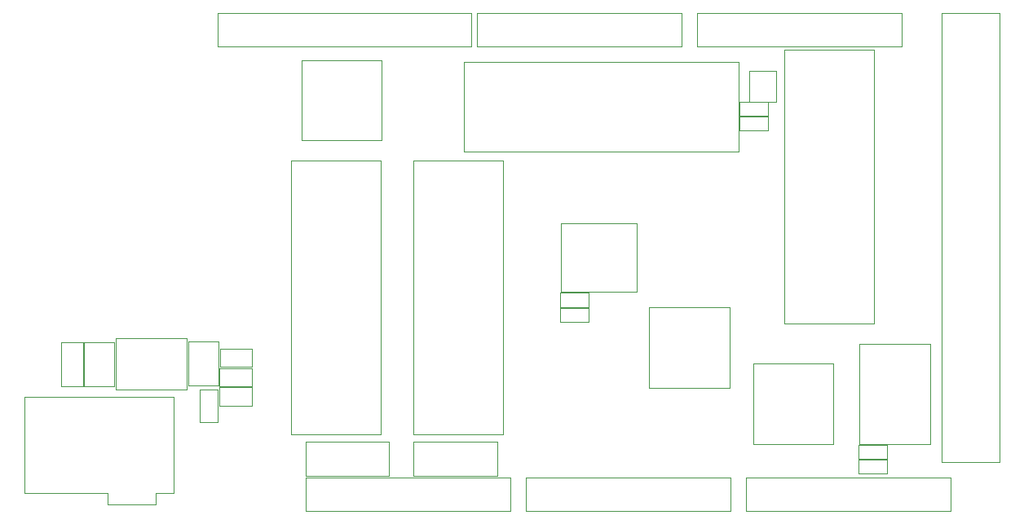
<source format=gbr>
%TF.GenerationSoftware,KiCad,Pcbnew,(5.1.2)-1*%
%TF.CreationDate,2020-09-11T17:40:03+02:00*%
%TF.ProjectId,ArduinoShield_SPIlinedriver_Sync_2V0,41726475-696e-46f5-9368-69656c645f53,3.1*%
%TF.SameCoordinates,Original*%
%TF.FileFunction,Other,User*%
%FSLAX46Y46*%
G04 Gerber Fmt 4.6, Leading zero omitted, Abs format (unit mm)*
G04 Created by KiCad (PCBNEW (5.1.2)-1) date 2020-09-11 17:40:03*
%MOMM*%
%LPD*%
G04 APERTURE LIST*
%ADD10C,0.050000*%
G04 APERTURE END LIST*
D10*
X114003200Y-120195200D02*
X114003200Y-118995200D01*
X109003200Y-120195200D02*
X109003200Y-118995200D01*
X114003200Y-120195200D02*
X109003200Y-120195200D01*
X114003200Y-118995200D02*
X115903200Y-118995200D01*
X100403200Y-108995200D02*
X100403200Y-118995200D01*
X115903200Y-108995200D02*
X100403200Y-108995200D01*
X115903200Y-118995200D02*
X115903200Y-108995200D01*
X100403200Y-118995200D02*
X109003200Y-118995200D01*
X163970000Y-90988800D02*
X156070000Y-90988800D01*
X163970000Y-98088800D02*
X156070000Y-98088800D01*
X156070000Y-98088800D02*
X156070000Y-90988800D01*
X163970000Y-98088800D02*
X163970000Y-90988800D01*
X195608000Y-115796000D02*
X201658000Y-115796000D01*
X195608000Y-69096000D02*
X201658000Y-69096000D01*
X195608000Y-115796000D02*
X195608000Y-69096000D01*
X201658000Y-115796000D02*
X201658000Y-69096000D01*
X129568000Y-117376000D02*
X129568000Y-120876000D01*
X150868000Y-117376000D02*
X150868000Y-120876000D01*
X129568000Y-117376000D02*
X150868000Y-117376000D01*
X129568000Y-120876000D02*
X150868000Y-120876000D01*
X152428000Y-117376000D02*
X152428000Y-120876000D01*
X173728000Y-117376000D02*
X173728000Y-120876000D01*
X152428000Y-117376000D02*
X173728000Y-117376000D01*
X152428000Y-120876000D02*
X173728000Y-120876000D01*
X175288000Y-117376000D02*
X175288000Y-120876000D01*
X196588000Y-117376000D02*
X196588000Y-120876000D01*
X175288000Y-117376000D02*
X196588000Y-117376000D01*
X175288000Y-120876000D02*
X196588000Y-120876000D01*
X120424000Y-69116000D02*
X120424000Y-72616000D01*
X146824000Y-69116000D02*
X146824000Y-72616000D01*
X120424000Y-69116000D02*
X146824000Y-69116000D01*
X120424000Y-72616000D02*
X146824000Y-72616000D01*
X147348000Y-69116000D02*
X147348000Y-72616000D01*
X168648000Y-69116000D02*
X168648000Y-72616000D01*
X147348000Y-69116000D02*
X168648000Y-69116000D01*
X147348000Y-72616000D02*
X168648000Y-72616000D01*
X170208000Y-69116000D02*
X170208000Y-72616000D01*
X191508000Y-69116000D02*
X191508000Y-72616000D01*
X170208000Y-69116000D02*
X191508000Y-69116000D01*
X170208000Y-72616000D02*
X191508000Y-72616000D01*
X184408400Y-113898000D02*
X176068400Y-113898000D01*
X184408400Y-113898000D02*
X184408400Y-105558000D01*
X176068400Y-105558000D02*
X176068400Y-113898000D01*
X176068400Y-105558000D02*
X184408400Y-105558000D01*
X165248000Y-99716000D02*
X173588000Y-99716000D01*
X165248000Y-99716000D02*
X165248000Y-108056000D01*
X173588000Y-108056000D02*
X173588000Y-99716000D01*
X173588000Y-108056000D02*
X165248000Y-108056000D01*
X194454000Y-113912000D02*
X194454000Y-103512000D01*
X194454000Y-103512000D02*
X187054000Y-103512000D01*
X187054000Y-103512000D02*
X187054000Y-113912000D01*
X187054000Y-113912000D02*
X194454000Y-113912000D01*
X140808300Y-117230300D02*
X140808300Y-113680300D01*
X140808300Y-113680300D02*
X149458300Y-113680300D01*
X149458300Y-113680300D02*
X149458300Y-117230300D01*
X149458300Y-117230300D02*
X140808300Y-117230300D01*
X138231500Y-117230300D02*
X129581500Y-117230300D01*
X138231500Y-113680300D02*
X138231500Y-117230300D01*
X129581500Y-113680300D02*
X138231500Y-113680300D01*
X129581500Y-117230300D02*
X129581500Y-113680300D01*
X159010800Y-98177600D02*
X159010800Y-99637600D01*
X159010800Y-99637600D02*
X156050800Y-99637600D01*
X156050800Y-99637600D02*
X156050800Y-98177600D01*
X156050800Y-98177600D02*
X159010800Y-98177600D01*
X174618200Y-79787500D02*
X174618200Y-78327500D01*
X174618200Y-78327500D02*
X177578200Y-78327500D01*
X177578200Y-78327500D02*
X177578200Y-79787500D01*
X177578200Y-79787500D02*
X174618200Y-79787500D01*
X156050800Y-99752400D02*
X159010800Y-99752400D01*
X156050800Y-101212400D02*
X156050800Y-99752400D01*
X159010800Y-101212400D02*
X156050800Y-101212400D01*
X159010800Y-99752400D02*
X159010800Y-101212400D01*
X189998800Y-113976400D02*
X189998800Y-115436400D01*
X189998800Y-115436400D02*
X187038800Y-115436400D01*
X187038800Y-115436400D02*
X187038800Y-113976400D01*
X187038800Y-113976400D02*
X189998800Y-113976400D01*
X174618200Y-81311500D02*
X174618200Y-79851500D01*
X174618200Y-79851500D02*
X177578200Y-79851500D01*
X177578200Y-79851500D02*
X177578200Y-81311500D01*
X177578200Y-81311500D02*
X174618200Y-81311500D01*
X189998800Y-115500400D02*
X189998800Y-116960400D01*
X189998800Y-116960400D02*
X187038800Y-116960400D01*
X187038800Y-116960400D02*
X187038800Y-115500400D01*
X187038800Y-115500400D02*
X189998800Y-115500400D01*
X150120400Y-112893600D02*
X140760400Y-112893600D01*
X150120400Y-84413600D02*
X150120400Y-112893600D01*
X140760400Y-84413600D02*
X150120400Y-84413600D01*
X140760400Y-112893600D02*
X140760400Y-84413600D01*
X146034000Y-74161600D02*
X174514000Y-74161600D01*
X174514000Y-74161600D02*
X174514000Y-83521600D01*
X174514000Y-83521600D02*
X146034000Y-83521600D01*
X146034000Y-83521600D02*
X146034000Y-74161600D01*
X175638000Y-75120700D02*
X175638000Y-78320700D01*
X178438000Y-75120700D02*
X178438000Y-78320700D01*
X178438000Y-75120700D02*
X175638000Y-75120700D01*
X175638000Y-78320700D02*
X178438000Y-78320700D01*
X106453800Y-107877500D02*
X104213800Y-107877500D01*
X104213800Y-107877500D02*
X104213800Y-103317500D01*
X104213800Y-103317500D02*
X106453800Y-103317500D01*
X106453800Y-103317500D02*
X106453800Y-107877500D01*
X109707800Y-103320500D02*
X109707800Y-107880500D01*
X106547800Y-103320500D02*
X109707800Y-103320500D01*
X106547800Y-107880500D02*
X106547800Y-103320500D01*
X109707800Y-107880500D02*
X106547800Y-107880500D01*
X120671800Y-103952000D02*
X124031800Y-103952000D01*
X120671800Y-105852000D02*
X120671800Y-103952000D01*
X124031800Y-105852000D02*
X120671800Y-105852000D01*
X124031800Y-103952000D02*
X124031800Y-105852000D01*
X120553600Y-107826700D02*
X117393600Y-107826700D01*
X117393600Y-107826700D02*
X117393600Y-103266700D01*
X117393600Y-103266700D02*
X120553600Y-103266700D01*
X120553600Y-103266700D02*
X120553600Y-107826700D01*
X118569700Y-108225800D02*
X120469700Y-108225800D01*
X120469700Y-108225800D02*
X120469700Y-111585800D01*
X120469700Y-111585800D02*
X118569700Y-111585800D01*
X118569700Y-111585800D02*
X118569700Y-108225800D01*
X120621000Y-107922100D02*
X120621000Y-106022100D01*
X120621000Y-106022100D02*
X123981000Y-106022100D01*
X123981000Y-106022100D02*
X123981000Y-107922100D01*
X123981000Y-107922100D02*
X120621000Y-107922100D01*
X179266800Y-101400100D02*
X179266800Y-72920100D01*
X179266800Y-72920100D02*
X188626800Y-72920100D01*
X188626800Y-72920100D02*
X188626800Y-101400100D01*
X188626800Y-101400100D02*
X179266800Y-101400100D01*
X137420400Y-112893600D02*
X128060400Y-112893600D01*
X137420400Y-84413600D02*
X137420400Y-112893600D01*
X128060400Y-84413600D02*
X137420400Y-84413600D01*
X128060400Y-112893600D02*
X128060400Y-84413600D01*
X123993700Y-107990600D02*
X123993700Y-109890600D01*
X123993700Y-109890600D02*
X120633700Y-109890600D01*
X120633700Y-109890600D02*
X120633700Y-107990600D01*
X120633700Y-107990600D02*
X123993700Y-107990600D01*
X137507300Y-82325800D02*
X129167300Y-82325800D01*
X137507300Y-82325800D02*
X137507300Y-73985800D01*
X129167300Y-73985800D02*
X129167300Y-82325800D01*
X129167300Y-73985800D02*
X137507300Y-73985800D01*
X117238000Y-108262400D02*
X117238000Y-102862400D01*
X117238000Y-102862400D02*
X109838000Y-102862400D01*
X109838000Y-102862400D02*
X109838000Y-108262400D01*
X109838000Y-108262400D02*
X117238000Y-108262400D01*
M02*

</source>
